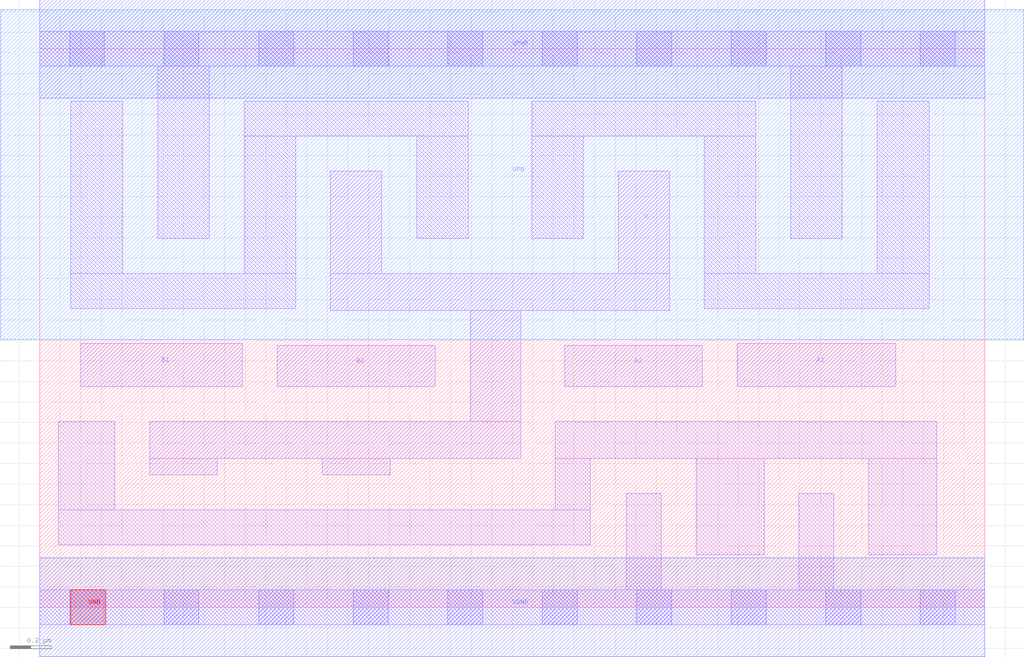
<source format=lef>
# Copyright 2020 The SkyWater PDK Authors
#
# Licensed under the Apache License, Version 2.0 (the "License");
# you may not use this file except in compliance with the License.
# You may obtain a copy of the License at
#
#     https://www.apache.org/licenses/LICENSE-2.0
#
# Unless required by applicable law or agreed to in writing, software
# distributed under the License is distributed on an "AS IS" BASIS,
# WITHOUT WARRANTIES OR CONDITIONS OF ANY KIND, either express or implied.
# See the License for the specific language governing permissions and
# limitations under the License.
#
# SPDX-License-Identifier: Apache-2.0

VERSION 5.7 ;
  NOWIREEXTENSIONATPIN ON ;
  DIVIDERCHAR "/" ;
  BUSBITCHARS "[]" ;
MACRO sky130_fd_sc_hd__o22ai_2
  CLASS CORE ;
  FOREIGN sky130_fd_sc_hd__o22ai_2 ;
  ORIGIN  0.000000  0.000000 ;
  SIZE  4.600000 BY  2.720000 ;
  SYMMETRY X Y R90 ;
  SITE unithd ;
  PIN A1
    ANTENNAGATEAREA  0.495000 ;
    DIRECTION INPUT ;
    USE SIGNAL ;
    PORT
      LAYER li1 ;
        RECT 3.395000 1.075000 4.165000 1.285000 ;
    END
  END A1
  PIN A2
    ANTENNAGATEAREA  0.495000 ;
    DIRECTION INPUT ;
    USE SIGNAL ;
    PORT
      LAYER li1 ;
        RECT 2.555000 1.075000 3.225000 1.275000 ;
    END
  END A2
  PIN B1
    ANTENNAGATEAREA  0.495000 ;
    DIRECTION INPUT ;
    USE SIGNAL ;
    PORT
      LAYER li1 ;
        RECT 0.200000 1.075000 0.985000 1.285000 ;
    END
  END B1
  PIN B2
    ANTENNAGATEAREA  0.495000 ;
    DIRECTION INPUT ;
    USE SIGNAL ;
    PORT
      LAYER li1 ;
        RECT 1.155000 1.075000 1.925000 1.275000 ;
    END
  END B2
  PIN VNB
    PORT
      LAYER pwell ;
        RECT 0.150000 -0.085000 0.320000 0.085000 ;
    END
  END VNB
  PIN VPB
    PORT
      LAYER nwell ;
        RECT -0.190000 1.305000 4.790000 2.910000 ;
    END
  END VPB
  PIN Y
    ANTENNADIFFAREA  0.891000 ;
    DIRECTION OUTPUT ;
    USE SIGNAL ;
    PORT
      LAYER li1 ;
        RECT 0.535000 0.645000 0.865000 0.725000 ;
        RECT 0.535000 0.725000 2.340000 0.905000 ;
        RECT 1.375000 0.645000 1.705000 0.725000 ;
        RECT 1.415000 1.445000 3.065000 1.625000 ;
        RECT 1.415000 1.625000 1.665000 2.125000 ;
        RECT 2.095000 0.905000 2.340000 1.445000 ;
        RECT 2.815000 1.625000 3.065000 2.125000 ;
    END
  END Y
  PIN VGND
    DIRECTION INOUT ;
    SHAPE ABUTMENT ;
    USE GROUND ;
    PORT
      LAYER met1 ;
        RECT 0.000000 -0.240000 4.600000 0.240000 ;
    END
  END VGND
  PIN VPWR
    DIRECTION INOUT ;
    SHAPE ABUTMENT ;
    USE POWER ;
    PORT
      LAYER met1 ;
        RECT 0.000000 2.480000 4.600000 2.960000 ;
    END
  END VPWR
  OBS
    LAYER li1 ;
      RECT 0.000000 -0.085000 4.600000 0.085000 ;
      RECT 0.000000  2.635000 4.600000 2.805000 ;
      RECT 0.090000  0.305000 2.680000 0.475000 ;
      RECT 0.090000  0.475000 0.365000 0.905000 ;
      RECT 0.150000  1.455000 1.245000 1.625000 ;
      RECT 0.150000  1.625000 0.405000 2.465000 ;
      RECT 0.575000  1.795000 0.825000 2.635000 ;
      RECT 0.995000  1.625000 1.245000 2.295000 ;
      RECT 0.995000  2.295000 2.085000 2.465000 ;
      RECT 1.835000  1.795000 2.085000 2.295000 ;
      RECT 2.395000  1.795000 2.645000 2.295000 ;
      RECT 2.395000  2.295000 3.485000 2.465000 ;
      RECT 2.510000  0.475000 2.680000 0.725000 ;
      RECT 2.510000  0.725000 4.365000 0.905000 ;
      RECT 2.855000  0.085000 3.025000 0.555000 ;
      RECT 3.195000  0.255000 3.525000 0.725000 ;
      RECT 3.235000  1.455000 4.330000 1.625000 ;
      RECT 3.235000  1.625000 3.485000 2.295000 ;
      RECT 3.655000  1.795000 3.905000 2.635000 ;
      RECT 3.695000  0.085000 3.865000 0.555000 ;
      RECT 4.035000  0.255000 4.365000 0.725000 ;
      RECT 4.075000  1.625000 4.330000 2.465000 ;
    LAYER mcon ;
      RECT 0.145000 -0.085000 0.315000 0.085000 ;
      RECT 0.145000  2.635000 0.315000 2.805000 ;
      RECT 0.605000 -0.085000 0.775000 0.085000 ;
      RECT 0.605000  2.635000 0.775000 2.805000 ;
      RECT 1.065000 -0.085000 1.235000 0.085000 ;
      RECT 1.065000  2.635000 1.235000 2.805000 ;
      RECT 1.525000 -0.085000 1.695000 0.085000 ;
      RECT 1.525000  2.635000 1.695000 2.805000 ;
      RECT 1.985000 -0.085000 2.155000 0.085000 ;
      RECT 1.985000  2.635000 2.155000 2.805000 ;
      RECT 2.445000 -0.085000 2.615000 0.085000 ;
      RECT 2.445000  2.635000 2.615000 2.805000 ;
      RECT 2.905000 -0.085000 3.075000 0.085000 ;
      RECT 2.905000  2.635000 3.075000 2.805000 ;
      RECT 3.365000 -0.085000 3.535000 0.085000 ;
      RECT 3.365000  2.635000 3.535000 2.805000 ;
      RECT 3.825000 -0.085000 3.995000 0.085000 ;
      RECT 3.825000  2.635000 3.995000 2.805000 ;
      RECT 4.285000 -0.085000 4.455000 0.085000 ;
      RECT 4.285000  2.635000 4.455000 2.805000 ;
  END
END sky130_fd_sc_hd__o22ai_2
END LIBRARY

</source>
